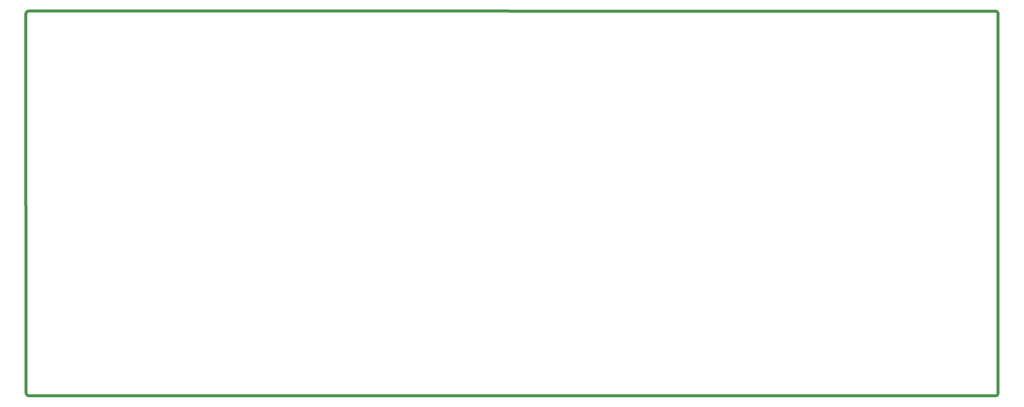
<source format=gm1>
G04 #@! TF.GenerationSoftware,KiCad,Pcbnew,(5.1.4)-1*
G04 #@! TF.CreationDate,2021-01-15T22:15:28-05:00*
G04 #@! TF.ProjectId,proto,70726f74-6f2e-46b6-9963-61645f706362,rev?*
G04 #@! TF.SameCoordinates,Original*
G04 #@! TF.FileFunction,Profile,NP*
%FSLAX46Y46*%
G04 Gerber Fmt 4.6, Leading zero omitted, Abs format (unit mm)*
G04 Created by KiCad (PCBNEW (5.1.4)-1) date 2021-01-15 22:15:28*
%MOMM*%
%LPD*%
G04 APERTURE LIST*
%ADD10C,1.000000*%
G04 APERTURE END LIST*
D10*
X-7188953Y-30377980D02*
X-7213600Y-30327600D01*
X-7213600Y-31038800D02*
X-7213600Y-30327600D01*
X-4719320Y-29337000D02*
X-5938520Y-29334460D01*
X-6243320Y-29337000D02*
X-5938520Y-29334460D01*
X321280000Y-29400000D02*
X321130000Y-29397960D01*
X322127880Y-30378400D02*
X322130000Y-30250000D01*
X322122800Y-158953200D02*
X322130000Y-159219200D01*
X321005200Y-159979360D02*
X321380000Y-159969200D01*
X-6096000Y-159969200D02*
X-6552006Y-159865292D01*
X-7193280Y-158800800D02*
X-7170000Y-158850000D01*
X322130000Y-159219200D02*
G75*
G02X321380000Y-159969200I-750000J0D01*
G01*
X321280000Y-29400000D02*
G75*
G02X322130000Y-30250000I0J-850000D01*
G01*
X-7188953Y-30377980D02*
G75*
G02X-6243320Y-29337000I945633J90980D01*
G01*
X-6552006Y-159865292D02*
G75*
G02X-7170000Y-158850000I525006J1015292D01*
G01*
X-5036200Y-159979360D02*
X-6096000Y-159969200D01*
X322127880Y-106664760D02*
X322122800Y-158953200D01*
X319979040Y-29397960D02*
X321130000Y-29397960D01*
X322127880Y-106664760D02*
X322127880Y-30378400D01*
X-5036200Y-159979360D02*
X321005200Y-159979360D01*
X-7213600Y-31038800D02*
X-7193280Y-158800800D01*
X319979040Y-29397960D02*
X-4719320Y-29337000D01*
M02*

</source>
